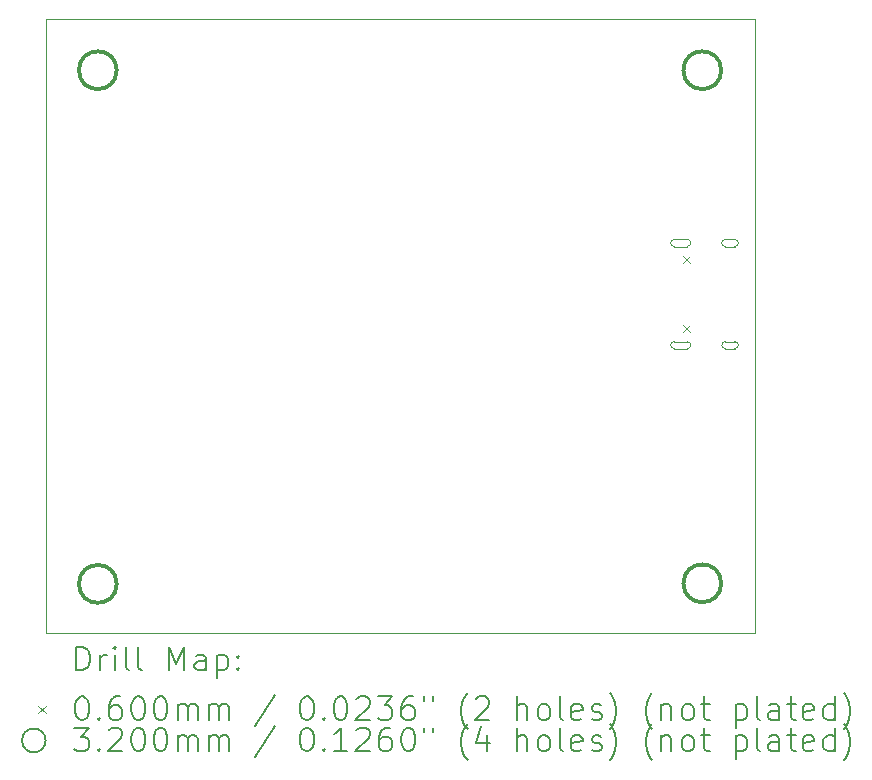
<source format=gbr>
%TF.GenerationSoftware,KiCad,Pcbnew,8.0.1*%
%TF.CreationDate,2024-07-28T14:25:37-07:00*%
%TF.ProjectId,RCS_Hardware,5243535f-4861-4726-9477-6172652e6b69,rev?*%
%TF.SameCoordinates,Original*%
%TF.FileFunction,Drillmap*%
%TF.FilePolarity,Positive*%
%FSLAX45Y45*%
G04 Gerber Fmt 4.5, Leading zero omitted, Abs format (unit mm)*
G04 Created by KiCad (PCBNEW 8.0.1) date 2024-07-28 14:25:37*
%MOMM*%
%LPD*%
G01*
G04 APERTURE LIST*
%ADD10C,0.100000*%
%ADD11C,0.010000*%
%ADD12C,0.200000*%
%ADD13C,0.320000*%
G04 APERTURE END LIST*
D10*
X10160000Y-7540400D02*
X16160000Y-7540400D01*
X16160000Y-12740400D01*
X10160000Y-12740400D01*
X10160000Y-7540400D01*
D11*
X15990000Y-9407500D02*
G75*
G02*
X16020000Y-9437500I0J-30000D01*
G01*
X15588000Y-9407500D02*
G75*
G02*
X15618000Y-9437500I0J-30000D01*
G01*
X16020000Y-9437500D02*
G75*
G02*
X15990000Y-9467500I-30000J0D01*
G01*
X15880000Y-9437500D02*
G75*
G02*
X15910000Y-9407500I30000J0D01*
G01*
X15618000Y-9437500D02*
G75*
G02*
X15588000Y-9467500I-30000J0D01*
G01*
X15448000Y-9437500D02*
G75*
G02*
X15478000Y-9407500I30000J0D01*
G01*
X15910000Y-9467500D02*
G75*
G02*
X15880000Y-9437500I0J30000D01*
G01*
X15478000Y-9467500D02*
G75*
G02*
X15448000Y-9437500I0J30000D01*
G01*
X15990000Y-10272500D02*
G75*
G02*
X16020000Y-10302500I0J-30000D01*
G01*
X15588000Y-10272500D02*
G75*
G02*
X15618000Y-10302500I0J-30000D01*
G01*
X16020000Y-10302500D02*
G75*
G02*
X15990000Y-10332500I-30000J0D01*
G01*
X15880000Y-10302500D02*
G75*
G02*
X15910000Y-10272500I30000J0D01*
G01*
X15618000Y-10302500D02*
G75*
G02*
X15588000Y-10332500I-30000J0D01*
G01*
X15448000Y-10302500D02*
G75*
G02*
X15478000Y-10272500I30000J0D01*
G01*
X15910000Y-10332500D02*
G75*
G02*
X15880000Y-10302500I0J30000D01*
G01*
X15478000Y-10332500D02*
G75*
G02*
X15448000Y-10302500I0J30000D01*
G01*
X15910000Y-9407500D02*
X15990000Y-9407500D01*
X15478000Y-9407500D02*
X15588000Y-9407500D01*
X15990000Y-9467500D02*
X15910000Y-9467500D01*
X15588000Y-9467500D02*
X15478000Y-9467500D01*
X15910000Y-10272500D02*
X15990000Y-10272500D01*
X15478000Y-10272500D02*
X15588000Y-10272500D01*
X15990000Y-10332500D02*
X15910000Y-10332500D01*
X15588000Y-10332500D02*
X15478000Y-10332500D01*
D12*
D10*
X15552000Y-9551000D02*
X15612000Y-9611000D01*
X15612000Y-9551000D02*
X15552000Y-9611000D01*
X15552000Y-10129000D02*
X15612000Y-10189000D01*
X15612000Y-10129000D02*
X15552000Y-10189000D01*
D13*
X10757000Y-7975000D02*
G75*
G02*
X10437000Y-7975000I-160000J0D01*
G01*
X10437000Y-7975000D02*
G75*
G02*
X10757000Y-7975000I160000J0D01*
G01*
X10757500Y-12324000D02*
G75*
G02*
X10437500Y-12324000I-160000J0D01*
G01*
X10437500Y-12324000D02*
G75*
G02*
X10757500Y-12324000I160000J0D01*
G01*
X15875000Y-7975000D02*
G75*
G02*
X15555000Y-7975000I-160000J0D01*
G01*
X15555000Y-7975000D02*
G75*
G02*
X15875000Y-7975000I160000J0D01*
G01*
X15875000Y-12319000D02*
G75*
G02*
X15555000Y-12319000I-160000J0D01*
G01*
X15555000Y-12319000D02*
G75*
G02*
X15875000Y-12319000I160000J0D01*
G01*
D12*
X10415777Y-13056884D02*
X10415777Y-12856884D01*
X10415777Y-12856884D02*
X10463396Y-12856884D01*
X10463396Y-12856884D02*
X10491967Y-12866408D01*
X10491967Y-12866408D02*
X10511015Y-12885455D01*
X10511015Y-12885455D02*
X10520539Y-12904503D01*
X10520539Y-12904503D02*
X10530063Y-12942598D01*
X10530063Y-12942598D02*
X10530063Y-12971169D01*
X10530063Y-12971169D02*
X10520539Y-13009265D01*
X10520539Y-13009265D02*
X10511015Y-13028312D01*
X10511015Y-13028312D02*
X10491967Y-13047360D01*
X10491967Y-13047360D02*
X10463396Y-13056884D01*
X10463396Y-13056884D02*
X10415777Y-13056884D01*
X10615777Y-13056884D02*
X10615777Y-12923550D01*
X10615777Y-12961646D02*
X10625301Y-12942598D01*
X10625301Y-12942598D02*
X10634824Y-12933074D01*
X10634824Y-12933074D02*
X10653872Y-12923550D01*
X10653872Y-12923550D02*
X10672920Y-12923550D01*
X10739586Y-13056884D02*
X10739586Y-12923550D01*
X10739586Y-12856884D02*
X10730063Y-12866408D01*
X10730063Y-12866408D02*
X10739586Y-12875931D01*
X10739586Y-12875931D02*
X10749110Y-12866408D01*
X10749110Y-12866408D02*
X10739586Y-12856884D01*
X10739586Y-12856884D02*
X10739586Y-12875931D01*
X10863396Y-13056884D02*
X10844348Y-13047360D01*
X10844348Y-13047360D02*
X10834824Y-13028312D01*
X10834824Y-13028312D02*
X10834824Y-12856884D01*
X10968158Y-13056884D02*
X10949110Y-13047360D01*
X10949110Y-13047360D02*
X10939586Y-13028312D01*
X10939586Y-13028312D02*
X10939586Y-12856884D01*
X11196729Y-13056884D02*
X11196729Y-12856884D01*
X11196729Y-12856884D02*
X11263396Y-12999741D01*
X11263396Y-12999741D02*
X11330062Y-12856884D01*
X11330062Y-12856884D02*
X11330062Y-13056884D01*
X11511015Y-13056884D02*
X11511015Y-12952122D01*
X11511015Y-12952122D02*
X11501491Y-12933074D01*
X11501491Y-12933074D02*
X11482443Y-12923550D01*
X11482443Y-12923550D02*
X11444348Y-12923550D01*
X11444348Y-12923550D02*
X11425301Y-12933074D01*
X11511015Y-13047360D02*
X11491967Y-13056884D01*
X11491967Y-13056884D02*
X11444348Y-13056884D01*
X11444348Y-13056884D02*
X11425301Y-13047360D01*
X11425301Y-13047360D02*
X11415777Y-13028312D01*
X11415777Y-13028312D02*
X11415777Y-13009265D01*
X11415777Y-13009265D02*
X11425301Y-12990217D01*
X11425301Y-12990217D02*
X11444348Y-12980693D01*
X11444348Y-12980693D02*
X11491967Y-12980693D01*
X11491967Y-12980693D02*
X11511015Y-12971169D01*
X11606253Y-12923550D02*
X11606253Y-13123550D01*
X11606253Y-12933074D02*
X11625301Y-12923550D01*
X11625301Y-12923550D02*
X11663396Y-12923550D01*
X11663396Y-12923550D02*
X11682443Y-12933074D01*
X11682443Y-12933074D02*
X11691967Y-12942598D01*
X11691967Y-12942598D02*
X11701491Y-12961646D01*
X11701491Y-12961646D02*
X11701491Y-13018788D01*
X11701491Y-13018788D02*
X11691967Y-13037836D01*
X11691967Y-13037836D02*
X11682443Y-13047360D01*
X11682443Y-13047360D02*
X11663396Y-13056884D01*
X11663396Y-13056884D02*
X11625301Y-13056884D01*
X11625301Y-13056884D02*
X11606253Y-13047360D01*
X11787205Y-13037836D02*
X11796729Y-13047360D01*
X11796729Y-13047360D02*
X11787205Y-13056884D01*
X11787205Y-13056884D02*
X11777682Y-13047360D01*
X11777682Y-13047360D02*
X11787205Y-13037836D01*
X11787205Y-13037836D02*
X11787205Y-13056884D01*
X11787205Y-12933074D02*
X11796729Y-12942598D01*
X11796729Y-12942598D02*
X11787205Y-12952122D01*
X11787205Y-12952122D02*
X11777682Y-12942598D01*
X11777682Y-12942598D02*
X11787205Y-12933074D01*
X11787205Y-12933074D02*
X11787205Y-12952122D01*
D10*
X10095000Y-13355400D02*
X10155000Y-13415400D01*
X10155000Y-13355400D02*
X10095000Y-13415400D01*
D12*
X10453872Y-13276884D02*
X10472920Y-13276884D01*
X10472920Y-13276884D02*
X10491967Y-13286408D01*
X10491967Y-13286408D02*
X10501491Y-13295931D01*
X10501491Y-13295931D02*
X10511015Y-13314979D01*
X10511015Y-13314979D02*
X10520539Y-13353074D01*
X10520539Y-13353074D02*
X10520539Y-13400693D01*
X10520539Y-13400693D02*
X10511015Y-13438788D01*
X10511015Y-13438788D02*
X10501491Y-13457836D01*
X10501491Y-13457836D02*
X10491967Y-13467360D01*
X10491967Y-13467360D02*
X10472920Y-13476884D01*
X10472920Y-13476884D02*
X10453872Y-13476884D01*
X10453872Y-13476884D02*
X10434824Y-13467360D01*
X10434824Y-13467360D02*
X10425301Y-13457836D01*
X10425301Y-13457836D02*
X10415777Y-13438788D01*
X10415777Y-13438788D02*
X10406253Y-13400693D01*
X10406253Y-13400693D02*
X10406253Y-13353074D01*
X10406253Y-13353074D02*
X10415777Y-13314979D01*
X10415777Y-13314979D02*
X10425301Y-13295931D01*
X10425301Y-13295931D02*
X10434824Y-13286408D01*
X10434824Y-13286408D02*
X10453872Y-13276884D01*
X10606253Y-13457836D02*
X10615777Y-13467360D01*
X10615777Y-13467360D02*
X10606253Y-13476884D01*
X10606253Y-13476884D02*
X10596729Y-13467360D01*
X10596729Y-13467360D02*
X10606253Y-13457836D01*
X10606253Y-13457836D02*
X10606253Y-13476884D01*
X10787205Y-13276884D02*
X10749110Y-13276884D01*
X10749110Y-13276884D02*
X10730063Y-13286408D01*
X10730063Y-13286408D02*
X10720539Y-13295931D01*
X10720539Y-13295931D02*
X10701491Y-13324503D01*
X10701491Y-13324503D02*
X10691967Y-13362598D01*
X10691967Y-13362598D02*
X10691967Y-13438788D01*
X10691967Y-13438788D02*
X10701491Y-13457836D01*
X10701491Y-13457836D02*
X10711015Y-13467360D01*
X10711015Y-13467360D02*
X10730063Y-13476884D01*
X10730063Y-13476884D02*
X10768158Y-13476884D01*
X10768158Y-13476884D02*
X10787205Y-13467360D01*
X10787205Y-13467360D02*
X10796729Y-13457836D01*
X10796729Y-13457836D02*
X10806253Y-13438788D01*
X10806253Y-13438788D02*
X10806253Y-13391169D01*
X10806253Y-13391169D02*
X10796729Y-13372122D01*
X10796729Y-13372122D02*
X10787205Y-13362598D01*
X10787205Y-13362598D02*
X10768158Y-13353074D01*
X10768158Y-13353074D02*
X10730063Y-13353074D01*
X10730063Y-13353074D02*
X10711015Y-13362598D01*
X10711015Y-13362598D02*
X10701491Y-13372122D01*
X10701491Y-13372122D02*
X10691967Y-13391169D01*
X10930063Y-13276884D02*
X10949110Y-13276884D01*
X10949110Y-13276884D02*
X10968158Y-13286408D01*
X10968158Y-13286408D02*
X10977682Y-13295931D01*
X10977682Y-13295931D02*
X10987205Y-13314979D01*
X10987205Y-13314979D02*
X10996729Y-13353074D01*
X10996729Y-13353074D02*
X10996729Y-13400693D01*
X10996729Y-13400693D02*
X10987205Y-13438788D01*
X10987205Y-13438788D02*
X10977682Y-13457836D01*
X10977682Y-13457836D02*
X10968158Y-13467360D01*
X10968158Y-13467360D02*
X10949110Y-13476884D01*
X10949110Y-13476884D02*
X10930063Y-13476884D01*
X10930063Y-13476884D02*
X10911015Y-13467360D01*
X10911015Y-13467360D02*
X10901491Y-13457836D01*
X10901491Y-13457836D02*
X10891967Y-13438788D01*
X10891967Y-13438788D02*
X10882444Y-13400693D01*
X10882444Y-13400693D02*
X10882444Y-13353074D01*
X10882444Y-13353074D02*
X10891967Y-13314979D01*
X10891967Y-13314979D02*
X10901491Y-13295931D01*
X10901491Y-13295931D02*
X10911015Y-13286408D01*
X10911015Y-13286408D02*
X10930063Y-13276884D01*
X11120539Y-13276884D02*
X11139586Y-13276884D01*
X11139586Y-13276884D02*
X11158634Y-13286408D01*
X11158634Y-13286408D02*
X11168158Y-13295931D01*
X11168158Y-13295931D02*
X11177682Y-13314979D01*
X11177682Y-13314979D02*
X11187205Y-13353074D01*
X11187205Y-13353074D02*
X11187205Y-13400693D01*
X11187205Y-13400693D02*
X11177682Y-13438788D01*
X11177682Y-13438788D02*
X11168158Y-13457836D01*
X11168158Y-13457836D02*
X11158634Y-13467360D01*
X11158634Y-13467360D02*
X11139586Y-13476884D01*
X11139586Y-13476884D02*
X11120539Y-13476884D01*
X11120539Y-13476884D02*
X11101491Y-13467360D01*
X11101491Y-13467360D02*
X11091967Y-13457836D01*
X11091967Y-13457836D02*
X11082444Y-13438788D01*
X11082444Y-13438788D02*
X11072920Y-13400693D01*
X11072920Y-13400693D02*
X11072920Y-13353074D01*
X11072920Y-13353074D02*
X11082444Y-13314979D01*
X11082444Y-13314979D02*
X11091967Y-13295931D01*
X11091967Y-13295931D02*
X11101491Y-13286408D01*
X11101491Y-13286408D02*
X11120539Y-13276884D01*
X11272920Y-13476884D02*
X11272920Y-13343550D01*
X11272920Y-13362598D02*
X11282443Y-13353074D01*
X11282443Y-13353074D02*
X11301491Y-13343550D01*
X11301491Y-13343550D02*
X11330063Y-13343550D01*
X11330063Y-13343550D02*
X11349110Y-13353074D01*
X11349110Y-13353074D02*
X11358634Y-13372122D01*
X11358634Y-13372122D02*
X11358634Y-13476884D01*
X11358634Y-13372122D02*
X11368158Y-13353074D01*
X11368158Y-13353074D02*
X11387205Y-13343550D01*
X11387205Y-13343550D02*
X11415777Y-13343550D01*
X11415777Y-13343550D02*
X11434824Y-13353074D01*
X11434824Y-13353074D02*
X11444348Y-13372122D01*
X11444348Y-13372122D02*
X11444348Y-13476884D01*
X11539586Y-13476884D02*
X11539586Y-13343550D01*
X11539586Y-13362598D02*
X11549110Y-13353074D01*
X11549110Y-13353074D02*
X11568158Y-13343550D01*
X11568158Y-13343550D02*
X11596729Y-13343550D01*
X11596729Y-13343550D02*
X11615777Y-13353074D01*
X11615777Y-13353074D02*
X11625301Y-13372122D01*
X11625301Y-13372122D02*
X11625301Y-13476884D01*
X11625301Y-13372122D02*
X11634824Y-13353074D01*
X11634824Y-13353074D02*
X11653872Y-13343550D01*
X11653872Y-13343550D02*
X11682443Y-13343550D01*
X11682443Y-13343550D02*
X11701491Y-13353074D01*
X11701491Y-13353074D02*
X11711015Y-13372122D01*
X11711015Y-13372122D02*
X11711015Y-13476884D01*
X12101491Y-13267360D02*
X11930063Y-13524503D01*
X12358634Y-13276884D02*
X12377682Y-13276884D01*
X12377682Y-13276884D02*
X12396729Y-13286408D01*
X12396729Y-13286408D02*
X12406253Y-13295931D01*
X12406253Y-13295931D02*
X12415777Y-13314979D01*
X12415777Y-13314979D02*
X12425301Y-13353074D01*
X12425301Y-13353074D02*
X12425301Y-13400693D01*
X12425301Y-13400693D02*
X12415777Y-13438788D01*
X12415777Y-13438788D02*
X12406253Y-13457836D01*
X12406253Y-13457836D02*
X12396729Y-13467360D01*
X12396729Y-13467360D02*
X12377682Y-13476884D01*
X12377682Y-13476884D02*
X12358634Y-13476884D01*
X12358634Y-13476884D02*
X12339586Y-13467360D01*
X12339586Y-13467360D02*
X12330063Y-13457836D01*
X12330063Y-13457836D02*
X12320539Y-13438788D01*
X12320539Y-13438788D02*
X12311015Y-13400693D01*
X12311015Y-13400693D02*
X12311015Y-13353074D01*
X12311015Y-13353074D02*
X12320539Y-13314979D01*
X12320539Y-13314979D02*
X12330063Y-13295931D01*
X12330063Y-13295931D02*
X12339586Y-13286408D01*
X12339586Y-13286408D02*
X12358634Y-13276884D01*
X12511015Y-13457836D02*
X12520539Y-13467360D01*
X12520539Y-13467360D02*
X12511015Y-13476884D01*
X12511015Y-13476884D02*
X12501491Y-13467360D01*
X12501491Y-13467360D02*
X12511015Y-13457836D01*
X12511015Y-13457836D02*
X12511015Y-13476884D01*
X12644348Y-13276884D02*
X12663396Y-13276884D01*
X12663396Y-13276884D02*
X12682444Y-13286408D01*
X12682444Y-13286408D02*
X12691967Y-13295931D01*
X12691967Y-13295931D02*
X12701491Y-13314979D01*
X12701491Y-13314979D02*
X12711015Y-13353074D01*
X12711015Y-13353074D02*
X12711015Y-13400693D01*
X12711015Y-13400693D02*
X12701491Y-13438788D01*
X12701491Y-13438788D02*
X12691967Y-13457836D01*
X12691967Y-13457836D02*
X12682444Y-13467360D01*
X12682444Y-13467360D02*
X12663396Y-13476884D01*
X12663396Y-13476884D02*
X12644348Y-13476884D01*
X12644348Y-13476884D02*
X12625301Y-13467360D01*
X12625301Y-13467360D02*
X12615777Y-13457836D01*
X12615777Y-13457836D02*
X12606253Y-13438788D01*
X12606253Y-13438788D02*
X12596729Y-13400693D01*
X12596729Y-13400693D02*
X12596729Y-13353074D01*
X12596729Y-13353074D02*
X12606253Y-13314979D01*
X12606253Y-13314979D02*
X12615777Y-13295931D01*
X12615777Y-13295931D02*
X12625301Y-13286408D01*
X12625301Y-13286408D02*
X12644348Y-13276884D01*
X12787206Y-13295931D02*
X12796729Y-13286408D01*
X12796729Y-13286408D02*
X12815777Y-13276884D01*
X12815777Y-13276884D02*
X12863396Y-13276884D01*
X12863396Y-13276884D02*
X12882444Y-13286408D01*
X12882444Y-13286408D02*
X12891967Y-13295931D01*
X12891967Y-13295931D02*
X12901491Y-13314979D01*
X12901491Y-13314979D02*
X12901491Y-13334027D01*
X12901491Y-13334027D02*
X12891967Y-13362598D01*
X12891967Y-13362598D02*
X12777682Y-13476884D01*
X12777682Y-13476884D02*
X12901491Y-13476884D01*
X12968158Y-13276884D02*
X13091967Y-13276884D01*
X13091967Y-13276884D02*
X13025301Y-13353074D01*
X13025301Y-13353074D02*
X13053872Y-13353074D01*
X13053872Y-13353074D02*
X13072920Y-13362598D01*
X13072920Y-13362598D02*
X13082444Y-13372122D01*
X13082444Y-13372122D02*
X13091967Y-13391169D01*
X13091967Y-13391169D02*
X13091967Y-13438788D01*
X13091967Y-13438788D02*
X13082444Y-13457836D01*
X13082444Y-13457836D02*
X13072920Y-13467360D01*
X13072920Y-13467360D02*
X13053872Y-13476884D01*
X13053872Y-13476884D02*
X12996729Y-13476884D01*
X12996729Y-13476884D02*
X12977682Y-13467360D01*
X12977682Y-13467360D02*
X12968158Y-13457836D01*
X13263396Y-13276884D02*
X13225301Y-13276884D01*
X13225301Y-13276884D02*
X13206253Y-13286408D01*
X13206253Y-13286408D02*
X13196729Y-13295931D01*
X13196729Y-13295931D02*
X13177682Y-13324503D01*
X13177682Y-13324503D02*
X13168158Y-13362598D01*
X13168158Y-13362598D02*
X13168158Y-13438788D01*
X13168158Y-13438788D02*
X13177682Y-13457836D01*
X13177682Y-13457836D02*
X13187206Y-13467360D01*
X13187206Y-13467360D02*
X13206253Y-13476884D01*
X13206253Y-13476884D02*
X13244348Y-13476884D01*
X13244348Y-13476884D02*
X13263396Y-13467360D01*
X13263396Y-13467360D02*
X13272920Y-13457836D01*
X13272920Y-13457836D02*
X13282444Y-13438788D01*
X13282444Y-13438788D02*
X13282444Y-13391169D01*
X13282444Y-13391169D02*
X13272920Y-13372122D01*
X13272920Y-13372122D02*
X13263396Y-13362598D01*
X13263396Y-13362598D02*
X13244348Y-13353074D01*
X13244348Y-13353074D02*
X13206253Y-13353074D01*
X13206253Y-13353074D02*
X13187206Y-13362598D01*
X13187206Y-13362598D02*
X13177682Y-13372122D01*
X13177682Y-13372122D02*
X13168158Y-13391169D01*
X13358634Y-13276884D02*
X13358634Y-13314979D01*
X13434825Y-13276884D02*
X13434825Y-13314979D01*
X13730063Y-13553074D02*
X13720539Y-13543550D01*
X13720539Y-13543550D02*
X13701491Y-13514979D01*
X13701491Y-13514979D02*
X13691968Y-13495931D01*
X13691968Y-13495931D02*
X13682444Y-13467360D01*
X13682444Y-13467360D02*
X13672920Y-13419741D01*
X13672920Y-13419741D02*
X13672920Y-13381646D01*
X13672920Y-13381646D02*
X13682444Y-13334027D01*
X13682444Y-13334027D02*
X13691968Y-13305455D01*
X13691968Y-13305455D02*
X13701491Y-13286408D01*
X13701491Y-13286408D02*
X13720539Y-13257836D01*
X13720539Y-13257836D02*
X13730063Y-13248312D01*
X13796729Y-13295931D02*
X13806253Y-13286408D01*
X13806253Y-13286408D02*
X13825301Y-13276884D01*
X13825301Y-13276884D02*
X13872920Y-13276884D01*
X13872920Y-13276884D02*
X13891968Y-13286408D01*
X13891968Y-13286408D02*
X13901491Y-13295931D01*
X13901491Y-13295931D02*
X13911015Y-13314979D01*
X13911015Y-13314979D02*
X13911015Y-13334027D01*
X13911015Y-13334027D02*
X13901491Y-13362598D01*
X13901491Y-13362598D02*
X13787206Y-13476884D01*
X13787206Y-13476884D02*
X13911015Y-13476884D01*
X14149110Y-13476884D02*
X14149110Y-13276884D01*
X14234825Y-13476884D02*
X14234825Y-13372122D01*
X14234825Y-13372122D02*
X14225301Y-13353074D01*
X14225301Y-13353074D02*
X14206253Y-13343550D01*
X14206253Y-13343550D02*
X14177682Y-13343550D01*
X14177682Y-13343550D02*
X14158634Y-13353074D01*
X14158634Y-13353074D02*
X14149110Y-13362598D01*
X14358634Y-13476884D02*
X14339587Y-13467360D01*
X14339587Y-13467360D02*
X14330063Y-13457836D01*
X14330063Y-13457836D02*
X14320539Y-13438788D01*
X14320539Y-13438788D02*
X14320539Y-13381646D01*
X14320539Y-13381646D02*
X14330063Y-13362598D01*
X14330063Y-13362598D02*
X14339587Y-13353074D01*
X14339587Y-13353074D02*
X14358634Y-13343550D01*
X14358634Y-13343550D02*
X14387206Y-13343550D01*
X14387206Y-13343550D02*
X14406253Y-13353074D01*
X14406253Y-13353074D02*
X14415777Y-13362598D01*
X14415777Y-13362598D02*
X14425301Y-13381646D01*
X14425301Y-13381646D02*
X14425301Y-13438788D01*
X14425301Y-13438788D02*
X14415777Y-13457836D01*
X14415777Y-13457836D02*
X14406253Y-13467360D01*
X14406253Y-13467360D02*
X14387206Y-13476884D01*
X14387206Y-13476884D02*
X14358634Y-13476884D01*
X14539587Y-13476884D02*
X14520539Y-13467360D01*
X14520539Y-13467360D02*
X14511015Y-13448312D01*
X14511015Y-13448312D02*
X14511015Y-13276884D01*
X14691968Y-13467360D02*
X14672920Y-13476884D01*
X14672920Y-13476884D02*
X14634825Y-13476884D01*
X14634825Y-13476884D02*
X14615777Y-13467360D01*
X14615777Y-13467360D02*
X14606253Y-13448312D01*
X14606253Y-13448312D02*
X14606253Y-13372122D01*
X14606253Y-13372122D02*
X14615777Y-13353074D01*
X14615777Y-13353074D02*
X14634825Y-13343550D01*
X14634825Y-13343550D02*
X14672920Y-13343550D01*
X14672920Y-13343550D02*
X14691968Y-13353074D01*
X14691968Y-13353074D02*
X14701491Y-13372122D01*
X14701491Y-13372122D02*
X14701491Y-13391169D01*
X14701491Y-13391169D02*
X14606253Y-13410217D01*
X14777682Y-13467360D02*
X14796730Y-13476884D01*
X14796730Y-13476884D02*
X14834825Y-13476884D01*
X14834825Y-13476884D02*
X14853872Y-13467360D01*
X14853872Y-13467360D02*
X14863396Y-13448312D01*
X14863396Y-13448312D02*
X14863396Y-13438788D01*
X14863396Y-13438788D02*
X14853872Y-13419741D01*
X14853872Y-13419741D02*
X14834825Y-13410217D01*
X14834825Y-13410217D02*
X14806253Y-13410217D01*
X14806253Y-13410217D02*
X14787206Y-13400693D01*
X14787206Y-13400693D02*
X14777682Y-13381646D01*
X14777682Y-13381646D02*
X14777682Y-13372122D01*
X14777682Y-13372122D02*
X14787206Y-13353074D01*
X14787206Y-13353074D02*
X14806253Y-13343550D01*
X14806253Y-13343550D02*
X14834825Y-13343550D01*
X14834825Y-13343550D02*
X14853872Y-13353074D01*
X14930063Y-13553074D02*
X14939587Y-13543550D01*
X14939587Y-13543550D02*
X14958634Y-13514979D01*
X14958634Y-13514979D02*
X14968158Y-13495931D01*
X14968158Y-13495931D02*
X14977682Y-13467360D01*
X14977682Y-13467360D02*
X14987206Y-13419741D01*
X14987206Y-13419741D02*
X14987206Y-13381646D01*
X14987206Y-13381646D02*
X14977682Y-13334027D01*
X14977682Y-13334027D02*
X14968158Y-13305455D01*
X14968158Y-13305455D02*
X14958634Y-13286408D01*
X14958634Y-13286408D02*
X14939587Y-13257836D01*
X14939587Y-13257836D02*
X14930063Y-13248312D01*
X15291968Y-13553074D02*
X15282444Y-13543550D01*
X15282444Y-13543550D02*
X15263396Y-13514979D01*
X15263396Y-13514979D02*
X15253872Y-13495931D01*
X15253872Y-13495931D02*
X15244349Y-13467360D01*
X15244349Y-13467360D02*
X15234825Y-13419741D01*
X15234825Y-13419741D02*
X15234825Y-13381646D01*
X15234825Y-13381646D02*
X15244349Y-13334027D01*
X15244349Y-13334027D02*
X15253872Y-13305455D01*
X15253872Y-13305455D02*
X15263396Y-13286408D01*
X15263396Y-13286408D02*
X15282444Y-13257836D01*
X15282444Y-13257836D02*
X15291968Y-13248312D01*
X15368158Y-13343550D02*
X15368158Y-13476884D01*
X15368158Y-13362598D02*
X15377682Y-13353074D01*
X15377682Y-13353074D02*
X15396730Y-13343550D01*
X15396730Y-13343550D02*
X15425301Y-13343550D01*
X15425301Y-13343550D02*
X15444349Y-13353074D01*
X15444349Y-13353074D02*
X15453872Y-13372122D01*
X15453872Y-13372122D02*
X15453872Y-13476884D01*
X15577682Y-13476884D02*
X15558634Y-13467360D01*
X15558634Y-13467360D02*
X15549111Y-13457836D01*
X15549111Y-13457836D02*
X15539587Y-13438788D01*
X15539587Y-13438788D02*
X15539587Y-13381646D01*
X15539587Y-13381646D02*
X15549111Y-13362598D01*
X15549111Y-13362598D02*
X15558634Y-13353074D01*
X15558634Y-13353074D02*
X15577682Y-13343550D01*
X15577682Y-13343550D02*
X15606253Y-13343550D01*
X15606253Y-13343550D02*
X15625301Y-13353074D01*
X15625301Y-13353074D02*
X15634825Y-13362598D01*
X15634825Y-13362598D02*
X15644349Y-13381646D01*
X15644349Y-13381646D02*
X15644349Y-13438788D01*
X15644349Y-13438788D02*
X15634825Y-13457836D01*
X15634825Y-13457836D02*
X15625301Y-13467360D01*
X15625301Y-13467360D02*
X15606253Y-13476884D01*
X15606253Y-13476884D02*
X15577682Y-13476884D01*
X15701492Y-13343550D02*
X15777682Y-13343550D01*
X15730063Y-13276884D02*
X15730063Y-13448312D01*
X15730063Y-13448312D02*
X15739587Y-13467360D01*
X15739587Y-13467360D02*
X15758634Y-13476884D01*
X15758634Y-13476884D02*
X15777682Y-13476884D01*
X15996730Y-13343550D02*
X15996730Y-13543550D01*
X15996730Y-13353074D02*
X16015777Y-13343550D01*
X16015777Y-13343550D02*
X16053873Y-13343550D01*
X16053873Y-13343550D02*
X16072920Y-13353074D01*
X16072920Y-13353074D02*
X16082444Y-13362598D01*
X16082444Y-13362598D02*
X16091968Y-13381646D01*
X16091968Y-13381646D02*
X16091968Y-13438788D01*
X16091968Y-13438788D02*
X16082444Y-13457836D01*
X16082444Y-13457836D02*
X16072920Y-13467360D01*
X16072920Y-13467360D02*
X16053873Y-13476884D01*
X16053873Y-13476884D02*
X16015777Y-13476884D01*
X16015777Y-13476884D02*
X15996730Y-13467360D01*
X16206253Y-13476884D02*
X16187206Y-13467360D01*
X16187206Y-13467360D02*
X16177682Y-13448312D01*
X16177682Y-13448312D02*
X16177682Y-13276884D01*
X16368158Y-13476884D02*
X16368158Y-13372122D01*
X16368158Y-13372122D02*
X16358634Y-13353074D01*
X16358634Y-13353074D02*
X16339587Y-13343550D01*
X16339587Y-13343550D02*
X16301492Y-13343550D01*
X16301492Y-13343550D02*
X16282444Y-13353074D01*
X16368158Y-13467360D02*
X16349111Y-13476884D01*
X16349111Y-13476884D02*
X16301492Y-13476884D01*
X16301492Y-13476884D02*
X16282444Y-13467360D01*
X16282444Y-13467360D02*
X16272920Y-13448312D01*
X16272920Y-13448312D02*
X16272920Y-13429265D01*
X16272920Y-13429265D02*
X16282444Y-13410217D01*
X16282444Y-13410217D02*
X16301492Y-13400693D01*
X16301492Y-13400693D02*
X16349111Y-13400693D01*
X16349111Y-13400693D02*
X16368158Y-13391169D01*
X16434825Y-13343550D02*
X16511015Y-13343550D01*
X16463396Y-13276884D02*
X16463396Y-13448312D01*
X16463396Y-13448312D02*
X16472920Y-13467360D01*
X16472920Y-13467360D02*
X16491968Y-13476884D01*
X16491968Y-13476884D02*
X16511015Y-13476884D01*
X16653873Y-13467360D02*
X16634825Y-13476884D01*
X16634825Y-13476884D02*
X16596730Y-13476884D01*
X16596730Y-13476884D02*
X16577682Y-13467360D01*
X16577682Y-13467360D02*
X16568158Y-13448312D01*
X16568158Y-13448312D02*
X16568158Y-13372122D01*
X16568158Y-13372122D02*
X16577682Y-13353074D01*
X16577682Y-13353074D02*
X16596730Y-13343550D01*
X16596730Y-13343550D02*
X16634825Y-13343550D01*
X16634825Y-13343550D02*
X16653873Y-13353074D01*
X16653873Y-13353074D02*
X16663396Y-13372122D01*
X16663396Y-13372122D02*
X16663396Y-13391169D01*
X16663396Y-13391169D02*
X16568158Y-13410217D01*
X16834825Y-13476884D02*
X16834825Y-13276884D01*
X16834825Y-13467360D02*
X16815777Y-13476884D01*
X16815777Y-13476884D02*
X16777682Y-13476884D01*
X16777682Y-13476884D02*
X16758634Y-13467360D01*
X16758634Y-13467360D02*
X16749111Y-13457836D01*
X16749111Y-13457836D02*
X16739587Y-13438788D01*
X16739587Y-13438788D02*
X16739587Y-13381646D01*
X16739587Y-13381646D02*
X16749111Y-13362598D01*
X16749111Y-13362598D02*
X16758634Y-13353074D01*
X16758634Y-13353074D02*
X16777682Y-13343550D01*
X16777682Y-13343550D02*
X16815777Y-13343550D01*
X16815777Y-13343550D02*
X16834825Y-13353074D01*
X16911016Y-13553074D02*
X16920539Y-13543550D01*
X16920539Y-13543550D02*
X16939587Y-13514979D01*
X16939587Y-13514979D02*
X16949111Y-13495931D01*
X16949111Y-13495931D02*
X16958635Y-13467360D01*
X16958635Y-13467360D02*
X16968158Y-13419741D01*
X16968158Y-13419741D02*
X16968158Y-13381646D01*
X16968158Y-13381646D02*
X16958635Y-13334027D01*
X16958635Y-13334027D02*
X16949111Y-13305455D01*
X16949111Y-13305455D02*
X16939587Y-13286408D01*
X16939587Y-13286408D02*
X16920539Y-13257836D01*
X16920539Y-13257836D02*
X16911016Y-13248312D01*
X10155000Y-13649400D02*
G75*
G02*
X9955000Y-13649400I-100000J0D01*
G01*
X9955000Y-13649400D02*
G75*
G02*
X10155000Y-13649400I100000J0D01*
G01*
X10396729Y-13540884D02*
X10520539Y-13540884D01*
X10520539Y-13540884D02*
X10453872Y-13617074D01*
X10453872Y-13617074D02*
X10482444Y-13617074D01*
X10482444Y-13617074D02*
X10501491Y-13626598D01*
X10501491Y-13626598D02*
X10511015Y-13636122D01*
X10511015Y-13636122D02*
X10520539Y-13655169D01*
X10520539Y-13655169D02*
X10520539Y-13702788D01*
X10520539Y-13702788D02*
X10511015Y-13721836D01*
X10511015Y-13721836D02*
X10501491Y-13731360D01*
X10501491Y-13731360D02*
X10482444Y-13740884D01*
X10482444Y-13740884D02*
X10425301Y-13740884D01*
X10425301Y-13740884D02*
X10406253Y-13731360D01*
X10406253Y-13731360D02*
X10396729Y-13721836D01*
X10606253Y-13721836D02*
X10615777Y-13731360D01*
X10615777Y-13731360D02*
X10606253Y-13740884D01*
X10606253Y-13740884D02*
X10596729Y-13731360D01*
X10596729Y-13731360D02*
X10606253Y-13721836D01*
X10606253Y-13721836D02*
X10606253Y-13740884D01*
X10691967Y-13559931D02*
X10701491Y-13550408D01*
X10701491Y-13550408D02*
X10720539Y-13540884D01*
X10720539Y-13540884D02*
X10768158Y-13540884D01*
X10768158Y-13540884D02*
X10787205Y-13550408D01*
X10787205Y-13550408D02*
X10796729Y-13559931D01*
X10796729Y-13559931D02*
X10806253Y-13578979D01*
X10806253Y-13578979D02*
X10806253Y-13598027D01*
X10806253Y-13598027D02*
X10796729Y-13626598D01*
X10796729Y-13626598D02*
X10682444Y-13740884D01*
X10682444Y-13740884D02*
X10806253Y-13740884D01*
X10930063Y-13540884D02*
X10949110Y-13540884D01*
X10949110Y-13540884D02*
X10968158Y-13550408D01*
X10968158Y-13550408D02*
X10977682Y-13559931D01*
X10977682Y-13559931D02*
X10987205Y-13578979D01*
X10987205Y-13578979D02*
X10996729Y-13617074D01*
X10996729Y-13617074D02*
X10996729Y-13664693D01*
X10996729Y-13664693D02*
X10987205Y-13702788D01*
X10987205Y-13702788D02*
X10977682Y-13721836D01*
X10977682Y-13721836D02*
X10968158Y-13731360D01*
X10968158Y-13731360D02*
X10949110Y-13740884D01*
X10949110Y-13740884D02*
X10930063Y-13740884D01*
X10930063Y-13740884D02*
X10911015Y-13731360D01*
X10911015Y-13731360D02*
X10901491Y-13721836D01*
X10901491Y-13721836D02*
X10891967Y-13702788D01*
X10891967Y-13702788D02*
X10882444Y-13664693D01*
X10882444Y-13664693D02*
X10882444Y-13617074D01*
X10882444Y-13617074D02*
X10891967Y-13578979D01*
X10891967Y-13578979D02*
X10901491Y-13559931D01*
X10901491Y-13559931D02*
X10911015Y-13550408D01*
X10911015Y-13550408D02*
X10930063Y-13540884D01*
X11120539Y-13540884D02*
X11139586Y-13540884D01*
X11139586Y-13540884D02*
X11158634Y-13550408D01*
X11158634Y-13550408D02*
X11168158Y-13559931D01*
X11168158Y-13559931D02*
X11177682Y-13578979D01*
X11177682Y-13578979D02*
X11187205Y-13617074D01*
X11187205Y-13617074D02*
X11187205Y-13664693D01*
X11187205Y-13664693D02*
X11177682Y-13702788D01*
X11177682Y-13702788D02*
X11168158Y-13721836D01*
X11168158Y-13721836D02*
X11158634Y-13731360D01*
X11158634Y-13731360D02*
X11139586Y-13740884D01*
X11139586Y-13740884D02*
X11120539Y-13740884D01*
X11120539Y-13740884D02*
X11101491Y-13731360D01*
X11101491Y-13731360D02*
X11091967Y-13721836D01*
X11091967Y-13721836D02*
X11082444Y-13702788D01*
X11082444Y-13702788D02*
X11072920Y-13664693D01*
X11072920Y-13664693D02*
X11072920Y-13617074D01*
X11072920Y-13617074D02*
X11082444Y-13578979D01*
X11082444Y-13578979D02*
X11091967Y-13559931D01*
X11091967Y-13559931D02*
X11101491Y-13550408D01*
X11101491Y-13550408D02*
X11120539Y-13540884D01*
X11272920Y-13740884D02*
X11272920Y-13607550D01*
X11272920Y-13626598D02*
X11282443Y-13617074D01*
X11282443Y-13617074D02*
X11301491Y-13607550D01*
X11301491Y-13607550D02*
X11330063Y-13607550D01*
X11330063Y-13607550D02*
X11349110Y-13617074D01*
X11349110Y-13617074D02*
X11358634Y-13636122D01*
X11358634Y-13636122D02*
X11358634Y-13740884D01*
X11358634Y-13636122D02*
X11368158Y-13617074D01*
X11368158Y-13617074D02*
X11387205Y-13607550D01*
X11387205Y-13607550D02*
X11415777Y-13607550D01*
X11415777Y-13607550D02*
X11434824Y-13617074D01*
X11434824Y-13617074D02*
X11444348Y-13636122D01*
X11444348Y-13636122D02*
X11444348Y-13740884D01*
X11539586Y-13740884D02*
X11539586Y-13607550D01*
X11539586Y-13626598D02*
X11549110Y-13617074D01*
X11549110Y-13617074D02*
X11568158Y-13607550D01*
X11568158Y-13607550D02*
X11596729Y-13607550D01*
X11596729Y-13607550D02*
X11615777Y-13617074D01*
X11615777Y-13617074D02*
X11625301Y-13636122D01*
X11625301Y-13636122D02*
X11625301Y-13740884D01*
X11625301Y-13636122D02*
X11634824Y-13617074D01*
X11634824Y-13617074D02*
X11653872Y-13607550D01*
X11653872Y-13607550D02*
X11682443Y-13607550D01*
X11682443Y-13607550D02*
X11701491Y-13617074D01*
X11701491Y-13617074D02*
X11711015Y-13636122D01*
X11711015Y-13636122D02*
X11711015Y-13740884D01*
X12101491Y-13531360D02*
X11930063Y-13788503D01*
X12358634Y-13540884D02*
X12377682Y-13540884D01*
X12377682Y-13540884D02*
X12396729Y-13550408D01*
X12396729Y-13550408D02*
X12406253Y-13559931D01*
X12406253Y-13559931D02*
X12415777Y-13578979D01*
X12415777Y-13578979D02*
X12425301Y-13617074D01*
X12425301Y-13617074D02*
X12425301Y-13664693D01*
X12425301Y-13664693D02*
X12415777Y-13702788D01*
X12415777Y-13702788D02*
X12406253Y-13721836D01*
X12406253Y-13721836D02*
X12396729Y-13731360D01*
X12396729Y-13731360D02*
X12377682Y-13740884D01*
X12377682Y-13740884D02*
X12358634Y-13740884D01*
X12358634Y-13740884D02*
X12339586Y-13731360D01*
X12339586Y-13731360D02*
X12330063Y-13721836D01*
X12330063Y-13721836D02*
X12320539Y-13702788D01*
X12320539Y-13702788D02*
X12311015Y-13664693D01*
X12311015Y-13664693D02*
X12311015Y-13617074D01*
X12311015Y-13617074D02*
X12320539Y-13578979D01*
X12320539Y-13578979D02*
X12330063Y-13559931D01*
X12330063Y-13559931D02*
X12339586Y-13550408D01*
X12339586Y-13550408D02*
X12358634Y-13540884D01*
X12511015Y-13721836D02*
X12520539Y-13731360D01*
X12520539Y-13731360D02*
X12511015Y-13740884D01*
X12511015Y-13740884D02*
X12501491Y-13731360D01*
X12501491Y-13731360D02*
X12511015Y-13721836D01*
X12511015Y-13721836D02*
X12511015Y-13740884D01*
X12711015Y-13740884D02*
X12596729Y-13740884D01*
X12653872Y-13740884D02*
X12653872Y-13540884D01*
X12653872Y-13540884D02*
X12634825Y-13569455D01*
X12634825Y-13569455D02*
X12615777Y-13588503D01*
X12615777Y-13588503D02*
X12596729Y-13598027D01*
X12787206Y-13559931D02*
X12796729Y-13550408D01*
X12796729Y-13550408D02*
X12815777Y-13540884D01*
X12815777Y-13540884D02*
X12863396Y-13540884D01*
X12863396Y-13540884D02*
X12882444Y-13550408D01*
X12882444Y-13550408D02*
X12891967Y-13559931D01*
X12891967Y-13559931D02*
X12901491Y-13578979D01*
X12901491Y-13578979D02*
X12901491Y-13598027D01*
X12901491Y-13598027D02*
X12891967Y-13626598D01*
X12891967Y-13626598D02*
X12777682Y-13740884D01*
X12777682Y-13740884D02*
X12901491Y-13740884D01*
X13072920Y-13540884D02*
X13034825Y-13540884D01*
X13034825Y-13540884D02*
X13015777Y-13550408D01*
X13015777Y-13550408D02*
X13006253Y-13559931D01*
X13006253Y-13559931D02*
X12987206Y-13588503D01*
X12987206Y-13588503D02*
X12977682Y-13626598D01*
X12977682Y-13626598D02*
X12977682Y-13702788D01*
X12977682Y-13702788D02*
X12987206Y-13721836D01*
X12987206Y-13721836D02*
X12996729Y-13731360D01*
X12996729Y-13731360D02*
X13015777Y-13740884D01*
X13015777Y-13740884D02*
X13053872Y-13740884D01*
X13053872Y-13740884D02*
X13072920Y-13731360D01*
X13072920Y-13731360D02*
X13082444Y-13721836D01*
X13082444Y-13721836D02*
X13091967Y-13702788D01*
X13091967Y-13702788D02*
X13091967Y-13655169D01*
X13091967Y-13655169D02*
X13082444Y-13636122D01*
X13082444Y-13636122D02*
X13072920Y-13626598D01*
X13072920Y-13626598D02*
X13053872Y-13617074D01*
X13053872Y-13617074D02*
X13015777Y-13617074D01*
X13015777Y-13617074D02*
X12996729Y-13626598D01*
X12996729Y-13626598D02*
X12987206Y-13636122D01*
X12987206Y-13636122D02*
X12977682Y-13655169D01*
X13215777Y-13540884D02*
X13234825Y-13540884D01*
X13234825Y-13540884D02*
X13253872Y-13550408D01*
X13253872Y-13550408D02*
X13263396Y-13559931D01*
X13263396Y-13559931D02*
X13272920Y-13578979D01*
X13272920Y-13578979D02*
X13282444Y-13617074D01*
X13282444Y-13617074D02*
X13282444Y-13664693D01*
X13282444Y-13664693D02*
X13272920Y-13702788D01*
X13272920Y-13702788D02*
X13263396Y-13721836D01*
X13263396Y-13721836D02*
X13253872Y-13731360D01*
X13253872Y-13731360D02*
X13234825Y-13740884D01*
X13234825Y-13740884D02*
X13215777Y-13740884D01*
X13215777Y-13740884D02*
X13196729Y-13731360D01*
X13196729Y-13731360D02*
X13187206Y-13721836D01*
X13187206Y-13721836D02*
X13177682Y-13702788D01*
X13177682Y-13702788D02*
X13168158Y-13664693D01*
X13168158Y-13664693D02*
X13168158Y-13617074D01*
X13168158Y-13617074D02*
X13177682Y-13578979D01*
X13177682Y-13578979D02*
X13187206Y-13559931D01*
X13187206Y-13559931D02*
X13196729Y-13550408D01*
X13196729Y-13550408D02*
X13215777Y-13540884D01*
X13358634Y-13540884D02*
X13358634Y-13578979D01*
X13434825Y-13540884D02*
X13434825Y-13578979D01*
X13730063Y-13817074D02*
X13720539Y-13807550D01*
X13720539Y-13807550D02*
X13701491Y-13778979D01*
X13701491Y-13778979D02*
X13691968Y-13759931D01*
X13691968Y-13759931D02*
X13682444Y-13731360D01*
X13682444Y-13731360D02*
X13672920Y-13683741D01*
X13672920Y-13683741D02*
X13672920Y-13645646D01*
X13672920Y-13645646D02*
X13682444Y-13598027D01*
X13682444Y-13598027D02*
X13691968Y-13569455D01*
X13691968Y-13569455D02*
X13701491Y-13550408D01*
X13701491Y-13550408D02*
X13720539Y-13521836D01*
X13720539Y-13521836D02*
X13730063Y-13512312D01*
X13891968Y-13607550D02*
X13891968Y-13740884D01*
X13844348Y-13531360D02*
X13796729Y-13674217D01*
X13796729Y-13674217D02*
X13920539Y-13674217D01*
X14149110Y-13740884D02*
X14149110Y-13540884D01*
X14234825Y-13740884D02*
X14234825Y-13636122D01*
X14234825Y-13636122D02*
X14225301Y-13617074D01*
X14225301Y-13617074D02*
X14206253Y-13607550D01*
X14206253Y-13607550D02*
X14177682Y-13607550D01*
X14177682Y-13607550D02*
X14158634Y-13617074D01*
X14158634Y-13617074D02*
X14149110Y-13626598D01*
X14358634Y-13740884D02*
X14339587Y-13731360D01*
X14339587Y-13731360D02*
X14330063Y-13721836D01*
X14330063Y-13721836D02*
X14320539Y-13702788D01*
X14320539Y-13702788D02*
X14320539Y-13645646D01*
X14320539Y-13645646D02*
X14330063Y-13626598D01*
X14330063Y-13626598D02*
X14339587Y-13617074D01*
X14339587Y-13617074D02*
X14358634Y-13607550D01*
X14358634Y-13607550D02*
X14387206Y-13607550D01*
X14387206Y-13607550D02*
X14406253Y-13617074D01*
X14406253Y-13617074D02*
X14415777Y-13626598D01*
X14415777Y-13626598D02*
X14425301Y-13645646D01*
X14425301Y-13645646D02*
X14425301Y-13702788D01*
X14425301Y-13702788D02*
X14415777Y-13721836D01*
X14415777Y-13721836D02*
X14406253Y-13731360D01*
X14406253Y-13731360D02*
X14387206Y-13740884D01*
X14387206Y-13740884D02*
X14358634Y-13740884D01*
X14539587Y-13740884D02*
X14520539Y-13731360D01*
X14520539Y-13731360D02*
X14511015Y-13712312D01*
X14511015Y-13712312D02*
X14511015Y-13540884D01*
X14691968Y-13731360D02*
X14672920Y-13740884D01*
X14672920Y-13740884D02*
X14634825Y-13740884D01*
X14634825Y-13740884D02*
X14615777Y-13731360D01*
X14615777Y-13731360D02*
X14606253Y-13712312D01*
X14606253Y-13712312D02*
X14606253Y-13636122D01*
X14606253Y-13636122D02*
X14615777Y-13617074D01*
X14615777Y-13617074D02*
X14634825Y-13607550D01*
X14634825Y-13607550D02*
X14672920Y-13607550D01*
X14672920Y-13607550D02*
X14691968Y-13617074D01*
X14691968Y-13617074D02*
X14701491Y-13636122D01*
X14701491Y-13636122D02*
X14701491Y-13655169D01*
X14701491Y-13655169D02*
X14606253Y-13674217D01*
X14777682Y-13731360D02*
X14796730Y-13740884D01*
X14796730Y-13740884D02*
X14834825Y-13740884D01*
X14834825Y-13740884D02*
X14853872Y-13731360D01*
X14853872Y-13731360D02*
X14863396Y-13712312D01*
X14863396Y-13712312D02*
X14863396Y-13702788D01*
X14863396Y-13702788D02*
X14853872Y-13683741D01*
X14853872Y-13683741D02*
X14834825Y-13674217D01*
X14834825Y-13674217D02*
X14806253Y-13674217D01*
X14806253Y-13674217D02*
X14787206Y-13664693D01*
X14787206Y-13664693D02*
X14777682Y-13645646D01*
X14777682Y-13645646D02*
X14777682Y-13636122D01*
X14777682Y-13636122D02*
X14787206Y-13617074D01*
X14787206Y-13617074D02*
X14806253Y-13607550D01*
X14806253Y-13607550D02*
X14834825Y-13607550D01*
X14834825Y-13607550D02*
X14853872Y-13617074D01*
X14930063Y-13817074D02*
X14939587Y-13807550D01*
X14939587Y-13807550D02*
X14958634Y-13778979D01*
X14958634Y-13778979D02*
X14968158Y-13759931D01*
X14968158Y-13759931D02*
X14977682Y-13731360D01*
X14977682Y-13731360D02*
X14987206Y-13683741D01*
X14987206Y-13683741D02*
X14987206Y-13645646D01*
X14987206Y-13645646D02*
X14977682Y-13598027D01*
X14977682Y-13598027D02*
X14968158Y-13569455D01*
X14968158Y-13569455D02*
X14958634Y-13550408D01*
X14958634Y-13550408D02*
X14939587Y-13521836D01*
X14939587Y-13521836D02*
X14930063Y-13512312D01*
X15291968Y-13817074D02*
X15282444Y-13807550D01*
X15282444Y-13807550D02*
X15263396Y-13778979D01*
X15263396Y-13778979D02*
X15253872Y-13759931D01*
X15253872Y-13759931D02*
X15244349Y-13731360D01*
X15244349Y-13731360D02*
X15234825Y-13683741D01*
X15234825Y-13683741D02*
X15234825Y-13645646D01*
X15234825Y-13645646D02*
X15244349Y-13598027D01*
X15244349Y-13598027D02*
X15253872Y-13569455D01*
X15253872Y-13569455D02*
X15263396Y-13550408D01*
X15263396Y-13550408D02*
X15282444Y-13521836D01*
X15282444Y-13521836D02*
X15291968Y-13512312D01*
X15368158Y-13607550D02*
X15368158Y-13740884D01*
X15368158Y-13626598D02*
X15377682Y-13617074D01*
X15377682Y-13617074D02*
X15396730Y-13607550D01*
X15396730Y-13607550D02*
X15425301Y-13607550D01*
X15425301Y-13607550D02*
X15444349Y-13617074D01*
X15444349Y-13617074D02*
X15453872Y-13636122D01*
X15453872Y-13636122D02*
X15453872Y-13740884D01*
X15577682Y-13740884D02*
X15558634Y-13731360D01*
X15558634Y-13731360D02*
X15549111Y-13721836D01*
X15549111Y-13721836D02*
X15539587Y-13702788D01*
X15539587Y-13702788D02*
X15539587Y-13645646D01*
X15539587Y-13645646D02*
X15549111Y-13626598D01*
X15549111Y-13626598D02*
X15558634Y-13617074D01*
X15558634Y-13617074D02*
X15577682Y-13607550D01*
X15577682Y-13607550D02*
X15606253Y-13607550D01*
X15606253Y-13607550D02*
X15625301Y-13617074D01*
X15625301Y-13617074D02*
X15634825Y-13626598D01*
X15634825Y-13626598D02*
X15644349Y-13645646D01*
X15644349Y-13645646D02*
X15644349Y-13702788D01*
X15644349Y-13702788D02*
X15634825Y-13721836D01*
X15634825Y-13721836D02*
X15625301Y-13731360D01*
X15625301Y-13731360D02*
X15606253Y-13740884D01*
X15606253Y-13740884D02*
X15577682Y-13740884D01*
X15701492Y-13607550D02*
X15777682Y-13607550D01*
X15730063Y-13540884D02*
X15730063Y-13712312D01*
X15730063Y-13712312D02*
X15739587Y-13731360D01*
X15739587Y-13731360D02*
X15758634Y-13740884D01*
X15758634Y-13740884D02*
X15777682Y-13740884D01*
X15996730Y-13607550D02*
X15996730Y-13807550D01*
X15996730Y-13617074D02*
X16015777Y-13607550D01*
X16015777Y-13607550D02*
X16053873Y-13607550D01*
X16053873Y-13607550D02*
X16072920Y-13617074D01*
X16072920Y-13617074D02*
X16082444Y-13626598D01*
X16082444Y-13626598D02*
X16091968Y-13645646D01*
X16091968Y-13645646D02*
X16091968Y-13702788D01*
X16091968Y-13702788D02*
X16082444Y-13721836D01*
X16082444Y-13721836D02*
X16072920Y-13731360D01*
X16072920Y-13731360D02*
X16053873Y-13740884D01*
X16053873Y-13740884D02*
X16015777Y-13740884D01*
X16015777Y-13740884D02*
X15996730Y-13731360D01*
X16206253Y-13740884D02*
X16187206Y-13731360D01*
X16187206Y-13731360D02*
X16177682Y-13712312D01*
X16177682Y-13712312D02*
X16177682Y-13540884D01*
X16368158Y-13740884D02*
X16368158Y-13636122D01*
X16368158Y-13636122D02*
X16358634Y-13617074D01*
X16358634Y-13617074D02*
X16339587Y-13607550D01*
X16339587Y-13607550D02*
X16301492Y-13607550D01*
X16301492Y-13607550D02*
X16282444Y-13617074D01*
X16368158Y-13731360D02*
X16349111Y-13740884D01*
X16349111Y-13740884D02*
X16301492Y-13740884D01*
X16301492Y-13740884D02*
X16282444Y-13731360D01*
X16282444Y-13731360D02*
X16272920Y-13712312D01*
X16272920Y-13712312D02*
X16272920Y-13693265D01*
X16272920Y-13693265D02*
X16282444Y-13674217D01*
X16282444Y-13674217D02*
X16301492Y-13664693D01*
X16301492Y-13664693D02*
X16349111Y-13664693D01*
X16349111Y-13664693D02*
X16368158Y-13655169D01*
X16434825Y-13607550D02*
X16511015Y-13607550D01*
X16463396Y-13540884D02*
X16463396Y-13712312D01*
X16463396Y-13712312D02*
X16472920Y-13731360D01*
X16472920Y-13731360D02*
X16491968Y-13740884D01*
X16491968Y-13740884D02*
X16511015Y-13740884D01*
X16653873Y-13731360D02*
X16634825Y-13740884D01*
X16634825Y-13740884D02*
X16596730Y-13740884D01*
X16596730Y-13740884D02*
X16577682Y-13731360D01*
X16577682Y-13731360D02*
X16568158Y-13712312D01*
X16568158Y-13712312D02*
X16568158Y-13636122D01*
X16568158Y-13636122D02*
X16577682Y-13617074D01*
X16577682Y-13617074D02*
X16596730Y-13607550D01*
X16596730Y-13607550D02*
X16634825Y-13607550D01*
X16634825Y-13607550D02*
X16653873Y-13617074D01*
X16653873Y-13617074D02*
X16663396Y-13636122D01*
X16663396Y-13636122D02*
X16663396Y-13655169D01*
X16663396Y-13655169D02*
X16568158Y-13674217D01*
X16834825Y-13740884D02*
X16834825Y-13540884D01*
X16834825Y-13731360D02*
X16815777Y-13740884D01*
X16815777Y-13740884D02*
X16777682Y-13740884D01*
X16777682Y-13740884D02*
X16758634Y-13731360D01*
X16758634Y-13731360D02*
X16749111Y-13721836D01*
X16749111Y-13721836D02*
X16739587Y-13702788D01*
X16739587Y-13702788D02*
X16739587Y-13645646D01*
X16739587Y-13645646D02*
X16749111Y-13626598D01*
X16749111Y-13626598D02*
X16758634Y-13617074D01*
X16758634Y-13617074D02*
X16777682Y-13607550D01*
X16777682Y-13607550D02*
X16815777Y-13607550D01*
X16815777Y-13607550D02*
X16834825Y-13617074D01*
X16911016Y-13817074D02*
X16920539Y-13807550D01*
X16920539Y-13807550D02*
X16939587Y-13778979D01*
X16939587Y-13778979D02*
X16949111Y-13759931D01*
X16949111Y-13759931D02*
X16958635Y-13731360D01*
X16958635Y-13731360D02*
X16968158Y-13683741D01*
X16968158Y-13683741D02*
X16968158Y-13645646D01*
X16968158Y-13645646D02*
X16958635Y-13598027D01*
X16958635Y-13598027D02*
X16949111Y-13569455D01*
X16949111Y-13569455D02*
X16939587Y-13550408D01*
X16939587Y-13550408D02*
X16920539Y-13521836D01*
X16920539Y-13521836D02*
X16911016Y-13512312D01*
M02*

</source>
